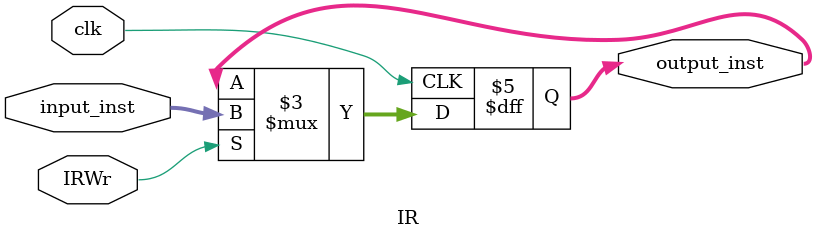
<source format=sv>
/*
    实现MIPS指令集CPU中的指令寄存器
*/

module IR (
    input clk,   // 时钟信号
    input wire IRWr,  // 写使能信号
    input wire [31:0] input_inst,  // 写入的指令
    output reg[31:0] output_inst   // 输出的指令
);

    // 初始化输出寄存器
    initial begin
        output_inst = 32'h00000000;
    end

    // 开始写入指令
    always @(posedge clk) begin
        if (IRWr) begin
            output_inst <= input_inst;
        end
    end
    
endmodule
</source>
